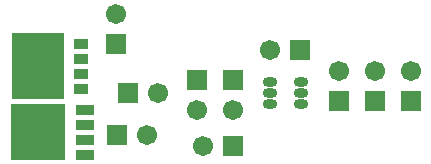
<source format=gts>
G04*
G04 #@! TF.GenerationSoftware,Altium Limited,Altium Designer,18.1.7 (191)*
G04*
G04 Layer_Color=8388736*
%FSLAX23Y23*%
%MOIN*%
G70*
G01*
G75*
%ADD10O,0.049X0.032*%
%ADD11R,0.045X0.032*%
%ADD12R,0.178X0.219*%
%ADD13R,0.062X0.036*%
%ADD14R,0.183X0.186*%
%ADD15R,0.067X0.067*%
%ADD16C,0.067*%
%ADD17R,0.067X0.067*%
D10*
X2057Y1322D02*
D03*
Y1285D02*
D03*
Y1248D02*
D03*
X1953Y1322D02*
D03*
Y1285D02*
D03*
Y1248D02*
D03*
D11*
X1325Y1450D02*
D03*
Y1399D02*
D03*
Y1349D02*
D03*
Y1300D02*
D03*
D12*
X1181Y1376D02*
D03*
D13*
X1338Y1080D02*
D03*
Y1130D02*
D03*
Y1180D02*
D03*
Y1230D02*
D03*
D14*
X1180Y1155D02*
D03*
D15*
X1830Y1110D02*
D03*
X1480Y1285D02*
D03*
X2055Y1430D02*
D03*
X1445Y1145D02*
D03*
D16*
X1730Y1110D02*
D03*
X1710Y1230D02*
D03*
X1580Y1285D02*
D03*
X2185Y1360D02*
D03*
X2305D02*
D03*
X2425D02*
D03*
X1955Y1430D02*
D03*
X1440Y1550D02*
D03*
X1545Y1145D02*
D03*
X1830Y1230D02*
D03*
D17*
X1710Y1330D02*
D03*
X2185Y1260D02*
D03*
X2305D02*
D03*
X2425D02*
D03*
X1440Y1450D02*
D03*
X1830Y1330D02*
D03*
M02*

</source>
